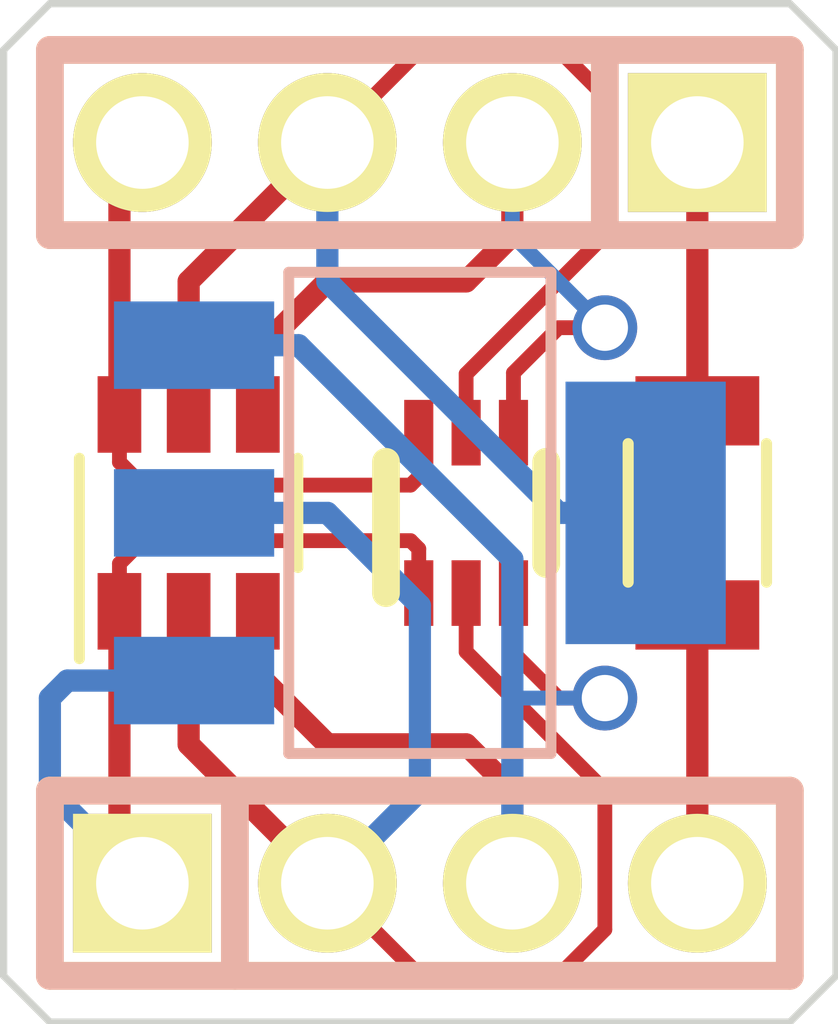
<source format=kicad_pcb>
(kicad_pcb (version 3) (host pcbnew "(2013-07-07 BZR 4022)-stable")

  (general
    (links 18)
    (no_connects 0)
    (area 189.8018 113.1824 202.8044 130.6576)
    (thickness 1.6)
    (drawings 18)
    (tracks 68)
    (zones 0)
    (modules 6)
    (nets 9)
  )

  (page A3)
  (layers
    (15 F.Cu signal)
    (0 B.Cu signal)
    (16 B.Adhes user)
    (17 F.Adhes user)
    (18 B.Paste user)
    (19 F.Paste user)
    (20 B.SilkS user)
    (21 F.SilkS user)
    (22 B.Mask user)
    (23 F.Mask user)
    (24 Dwgs.User user)
    (25 Cmts.User user)
    (26 Eco1.User user)
    (27 Eco2.User user)
    (28 Edge.Cuts user)
  )

  (setup
    (last_trace_width 0.2032)
    (user_trace_width 0.2032)
    (trace_clearance 0.2032)
    (zone_clearance 0.508)
    (zone_45_only no)
    (trace_min 0.2032)
    (segment_width 0.381)
    (edge_width 0.1)
    (via_size 0.889)
    (via_drill 0.635)
    (via_min_size 0.889)
    (via_min_drill 0.508)
    (uvia_size 0.508)
    (uvia_drill 0.127)
    (uvias_allowed no)
    (uvia_min_size 0.508)
    (uvia_min_drill 0.127)
    (pcb_text_width 0.3)
    (pcb_text_size 1.5 1.5)
    (mod_edge_width 0.15)
    (mod_text_size 1 1)
    (mod_text_width 0.15)
    (pad_size 0.4 0.9)
    (pad_drill 0)
    (pad_to_mask_clearance 0)
    (aux_axis_origin 189.865 128.905)
    (visible_elements FFFFFFBF)
    (pcbplotparams
      (layerselection 284196865)
      (usegerberextensions true)
      (excludeedgelayer true)
      (linewidth 0.150000)
      (plotframeref false)
      (viasonmask false)
      (mode 1)
      (useauxorigin true)
      (hpglpennumber 1)
      (hpglpenspeed 20)
      (hpglpendiameter 15)
      (hpglpenoverlay 2)
      (psnegative false)
      (psa4output false)
      (plotreference true)
      (plotvalue true)
      (plotothertext true)
      (plotinvisibletext false)
      (padsonsilk false)
      (subtractmaskfromsilk false)
      (outputformat 1)
      (mirror false)
      (drillshape 0)
      (scaleselection 1)
      (outputdirectory Gerber))
  )

  (net 0 "")
  (net 1 N-000001)
  (net 2 N-000002)
  (net 3 N-000003)
  (net 4 N-000004)
  (net 5 N-000005)
  (net 6 N-000006)
  (net 7 N-000007)
  (net 8 N-000008)

  (net_class Default "This is the default net class."
    (clearance 0.2032)
    (trace_width 0.3048)
    (via_dia 0.889)
    (via_drill 0.635)
    (uvia_dia 0.508)
    (uvia_drill 0.127)
    (add_net "")
    (add_net N-000001)
    (add_net N-000002)
    (add_net N-000003)
    (add_net N-000004)
    (add_net N-000005)
    (add_net N-000006)
    (add_net N-000007)
    (add_net N-000008)
  )

  (module SOT95P280-6N (layer F.Cu) (tedit 52455C5B) (tstamp 5270B285)
    (at 192.405 121.92)
    (path /5270A5F7)
    (fp_text reference U1 (at 0 0) (layer F.SilkS) hide
      (effects (font (size 1 1) (thickness 0.15)))
    )
    (fp_text value SOT23 (at 2.25 0 90) (layer F.SilkS) hide
      (effects (font (size 1 1) (thickness 0.15)))
    )
    (fp_line (start 1.5 -0.75) (end 1.5 0.75) (layer F.SilkS) (width 0.15))
    (fp_line (start -1.5 -0.75) (end -1.5 2) (layer F.SilkS) (width 0.15))
    (pad 1 smd rect (at -0.95 1.35) (size 0.6 1.05)
      (layers F.Cu F.Paste F.Mask)
      (net 6 N-000006)
    )
    (pad 2 smd rect (at 0 1.35) (size 0.6 1.05)
      (layers F.Cu F.Paste F.Mask)
      (net 7 N-000007)
    )
    (pad 3 smd rect (at 0.95 1.35) (size 0.6 1.05)
      (layers F.Cu F.Paste F.Mask)
      (net 8 N-000008)
    )
    (pad 4 smd rect (at 0.95 -1.35) (size 0.6 1.05)
      (layers F.Cu F.Paste F.Mask)
      (net 5 N-000005)
    )
    (pad 6 smd rect (at -0.95 -1.35) (size 0.6 1.05)
      (layers F.Cu F.Paste F.Mask)
      (net 2 N-000002)
    )
    (pad 5 smd rect (at 0 -1.35) (size 0.6 1.05)
      (layers F.Cu F.Paste F.Mask)
      (net 1 N-000001)
    )
    (model 3D/IC/SOT95P280-6.wrl
      (at (xyz 0 0 0))
      (scale (xyz 0.393701 0.393701 0.393701))
      (rotate (xyz 0 0 0))
    )
  )

  (module SOT230P700-4N (layer B.Cu) (tedit 5270AC5A) (tstamp 5270B291)
    (at 195.58 121.92 90)
    (path /5270A615)
    (fp_text reference U2 (at 0 5 90) (layer B.SilkS) hide
      (effects (font (size 1 1) (thickness 0.15)) (justify mirror))
    )
    (fp_text value SOT223 (at 0 -5 90) (layer B.SilkS) hide
      (effects (font (size 1 1) (thickness 0.15)) (justify mirror))
    )
    (fp_line (start -3.3 -1.8) (end 3.3 -1.8) (layer B.SilkS) (width 0.15))
    (fp_line (start 3.3 -1.8) (end 3.3 1.8) (layer B.SilkS) (width 0.15))
    (fp_line (start 3.3 1.8) (end -3.3 1.8) (layer B.SilkS) (width 0.15))
    (fp_line (start -3.3 1.8) (end -3.3 -1.8) (layer B.SilkS) (width 0.15))
    (pad 1 smd rect (at -2.3 -3.1 90) (size 1.2 2.2)
      (layers B.Cu B.Paste B.Mask)
      (net 6 N-000006)
    )
    (pad 2 smd rect (at 0 -3.1 90) (size 1.2 2.2)
      (layers B.Cu B.Paste B.Mask)
      (net 7 N-000007)
    )
    (pad 3 smd rect (at 2.3 -3.1 90) (size 1.2 2.2)
      (layers B.Cu B.Paste B.Mask)
      (net 8 N-000008)
    )
    (pad 4 smd rect (at 0 3.1 90) (size 3.6 2.2)
      (layers B.Cu B.Paste B.Mask)
      (net 1 N-000001)
    )
    (model 3D/IC/SOT230P700-4N.wrl
      (at (xyz 0 0 0))
      (scale (xyz 0.393701 0.393701 0.393701))
      (rotate (xyz 0 0 0))
    )
  )

  (module HDRV4W38P254_4X1 (layer F.Cu) (tedit 52708D53) (tstamp 5270B29E)
    (at 195.58 127)
    (path /5270A792)
    (fp_text reference J1 (at 0 -2.54) (layer F.SilkS) hide
      (effects (font (size 1.524 1.524) (thickness 0.3048)))
    )
    (fp_text value CONN-4 (at 0 2.54) (layer F.SilkS) hide
      (effects (font (size 1.524 1.524) (thickness 0.3048)))
    )
    (fp_line (start -2.54 -1.27) (end -2.54 1.27) (layer F.SilkS) (width 0.381))
    (fp_line (start -5.08 -1.27) (end -5.08 1.27) (layer F.SilkS) (width 0.381))
    (fp_line (start -5.08 1.27) (end 5.08 1.27) (layer F.SilkS) (width 0.381))
    (fp_line (start 5.08 1.27) (end 5.08 -1.27) (layer F.SilkS) (width 0.381))
    (fp_line (start 5.08 -1.27) (end -5.08 -1.27) (layer F.SilkS) (width 0.381))
    (pad 1 thru_hole rect (at -3.81 0) (size 1.905 1.905) (drill 1.27)
      (layers *.Cu *.Mask F.SilkS)
      (net 6 N-000006)
    )
    (pad 2 thru_hole circle (at -1.27 0) (size 1.905 1.905) (drill 1.27)
      (layers *.Cu *.Mask F.SilkS)
      (net 7 N-000007)
    )
    (pad 3 thru_hole circle (at 1.27 0) (size 1.905 1.905) (drill 1.27)
      (layers *.Cu *.Mask F.SilkS)
      (net 8 N-000008)
    )
    (pad 4 thru_hole circle (at 3.81 0) (size 1.905 1.905) (drill 1.27)
      (layers *.Cu *.Mask F.SilkS)
      (net 3 N-000003)
    )
  )

  (module HDRV4W38P254_4X1 (layer F.Cu) (tedit 52708D53) (tstamp 5270B2AB)
    (at 195.58 116.84 180)
    (path /5270A7A1)
    (fp_text reference J2 (at 0 -2.54 180) (layer F.SilkS) hide
      (effects (font (size 1.524 1.524) (thickness 0.3048)))
    )
    (fp_text value CONN-4 (at 0 2.54 180) (layer F.SilkS) hide
      (effects (font (size 1.524 1.524) (thickness 0.3048)))
    )
    (fp_line (start -2.54 -1.27) (end -2.54 1.27) (layer F.SilkS) (width 0.381))
    (fp_line (start -5.08 -1.27) (end -5.08 1.27) (layer F.SilkS) (width 0.381))
    (fp_line (start -5.08 1.27) (end 5.08 1.27) (layer F.SilkS) (width 0.381))
    (fp_line (start 5.08 1.27) (end 5.08 -1.27) (layer F.SilkS) (width 0.381))
    (fp_line (start 5.08 -1.27) (end -5.08 -1.27) (layer F.SilkS) (width 0.381))
    (pad 1 thru_hole rect (at -3.81 0 180) (size 1.905 1.905) (drill 1.27)
      (layers *.Cu *.Mask F.SilkS)
      (net 4 N-000004)
    )
    (pad 2 thru_hole circle (at -1.27 0 180) (size 1.905 1.905) (drill 1.27)
      (layers *.Cu *.Mask F.SilkS)
      (net 5 N-000005)
    )
    (pad 3 thru_hole circle (at 1.27 0 180) (size 1.905 1.905) (drill 1.27)
      (layers *.Cu *.Mask F.SilkS)
      (net 1 N-000001)
    )
    (pad 4 thru_hole circle (at 3.81 0 180) (size 1.905 1.905) (drill 1.27)
      (layers *.Cu *.Mask F.SilkS)
      (net 2 N-000002)
    )
  )

  (module CAPC3216-L (layer F.Cu) (tedit 525AFBFE) (tstamp 5270B2BD)
    (at 199.39 121.92 90)
    (path /5270A89E)
    (fp_text reference C1 (at 0 -2.5 90) (layer F.SilkS) hide
      (effects (font (size 1.27 0.762) (thickness 0.1524)))
    )
    (fp_text value C (at 0 2.5 90) (layer F.SilkS) hide
      (effects (font (size 1.27 0.762) (thickness 0.1524)))
    )
    (fp_line (start 0.95 0.95) (end -0.95 0.95) (layer F.SilkS) (width 0.1524))
    (fp_line (start -0.95 -0.95) (end 0.95 -0.95) (layer F.SilkS) (width 0.1524))
    (fp_line (start -2 -1) (end 2 -1) (layer Eco1.User) (width 0.0762))
    (fp_line (start 2 -1) (end 2 1) (layer Eco1.User) (width 0.0762))
    (fp_line (start 2 1) (end -2 1) (layer Eco1.User) (width 0.0762))
    (fp_line (start -2 1) (end -2 -1) (layer Eco1.User) (width 0.0762))
    (fp_line (start 1.1 0.8) (end 1.1 -0.8) (layer Dwgs.User) (width 0.0762))
    (fp_line (start -1.1 -0.8) (end -1.1 0.8) (layer Dwgs.User) (width 0.0762))
    (fp_line (start -1.6 -0.8) (end 1.6 -0.8) (layer Dwgs.User) (width 0.0762))
    (fp_line (start 1.6 -0.8) (end 1.6 0.8) (layer Dwgs.User) (width 0.0762))
    (fp_line (start 1.6 0.8) (end -1.6 0.8) (layer Dwgs.User) (width 0.0762))
    (fp_line (start -1.6 0.8) (end -1.6 -0.8) (layer Dwgs.User) (width 0.0762))
    (pad 1 smd rect (at -1.4 0 90) (size 0.95 1.7)
      (layers F.Cu F.Paste F.Mask)
      (net 3 N-000003)
    )
    (pad 2 smd rect (at 1.4 0 90) (size 0.95 1.7)
      (layers F.Cu F.Paste F.Mask)
      (net 4 N-000004)
    )
    (model 3D/Passive/CAPC3216.wrl
      (at (xyz 0 0 0))
      (scale (xyz 0.393701 0.393701 0.393701))
      (rotate (xyz 0 0 0))
    )
  )

  (module SOT65P210-6N (layer F.Cu) (tedit 5270B4C5) (tstamp 5270C036)
    (at 196.215 121.92)
    (path /5270B3D6)
    (fp_text reference U3 (at 0 -1) (layer F.SilkS) hide
      (effects (font (size 1.524 1.524) (thickness 0.3048)))
    )
    (fp_text value SC70 (at 0 1) (layer F.SilkS) hide
      (effects (font (size 1.524 1.524) (thickness 0.3048)))
    )
    (fp_line (start 1.1 0.7) (end 1.1 -0.7) (layer F.SilkS) (width 0.381))
    (fp_line (start -1.1 -0.7) (end -1.1 1.1) (layer F.SilkS) (width 0.381))
    (pad 1 smd rect (at -0.65 1.1) (size 0.4 0.9)
      (layers F.Cu F.Paste F.Mask)
      (net 6 N-000006)
    )
    (pad 2 smd rect (at 0 1.1) (size 0.4 0.9)
      (layers F.Cu F.Paste F.Mask)
      (net 7 N-000007)
    )
    (pad 3 smd rect (at 0.65 1.1) (size 0.4 0.9)
      (layers F.Cu F.Paste F.Mask)
      (net 8 N-000008)
    )
    (pad 4 smd rect (at 0.65 -1.1) (size 0.4 0.9)
      (layers F.Cu F.Paste F.Mask)
      (net 5 N-000005)
    )
    (pad 6 smd rect (at -0.65 -1.1) (size 0.4 0.9)
      (layers F.Cu F.Paste F.Mask)
      (net 2 N-000002)
    )
    (pad 5 smd rect (at 0 -1.1) (size 0.4 0.9)
      (layers F.Cu F.Paste F.Mask)
      (net 1 N-000001)
    )
    (model 3D/IC/SOT65P210-6.wrl
      (at (xyz 0 0 0))
      (scale (xyz 0.393701 0.393701 0.393701))
      (rotate (xyz 0 0 0))
    )
  )

  (gr_line (start 193.04 125.73) (end 193.04 128.27) (angle 90) (layer B.SilkS) (width 0.381))
  (gr_line (start 200.66 125.73) (end 190.5 125.73) (angle 90) (layer B.SilkS) (width 0.381))
  (gr_line (start 200.66 128.27) (end 200.66 125.73) (angle 90) (layer B.SilkS) (width 0.381))
  (gr_line (start 190.5 128.27) (end 200.66 128.27) (angle 90) (layer B.SilkS) (width 0.381))
  (gr_line (start 190.5 125.73) (end 190.5 128.27) (angle 90) (layer B.SilkS) (width 0.381))
  (gr_line (start 198.12 115.57) (end 198.12 118.11) (angle 90) (layer B.SilkS) (width 0.381))
  (gr_line (start 200.66 118.11) (end 200.66 115.57) (angle 90) (layer B.SilkS) (width 0.381))
  (gr_line (start 190.5 118.11) (end 200.66 118.11) (angle 90) (layer B.SilkS) (width 0.381))
  (gr_line (start 190.5 115.57) (end 190.5 118.11) (angle 90) (layer B.SilkS) (width 0.381))
  (gr_line (start 200.66 115.57) (end 190.5 115.57) (angle 90) (layer B.SilkS) (width 0.381))
  (gr_line (start 189.865 128.27) (end 189.865 115.57) (angle 90) (layer Edge.Cuts) (width 0.1))
  (gr_line (start 190.5 128.905) (end 189.865 128.27) (angle 90) (layer Edge.Cuts) (width 0.1))
  (gr_line (start 200.66 128.905) (end 190.5 128.905) (angle 90) (layer Edge.Cuts) (width 0.1))
  (gr_line (start 201.295 128.27) (end 200.66 128.905) (angle 90) (layer Edge.Cuts) (width 0.1))
  (gr_line (start 201.295 115.57) (end 201.295 128.27) (angle 90) (layer Edge.Cuts) (width 0.1))
  (gr_line (start 200.66 114.935) (end 201.295 115.57) (angle 90) (layer Edge.Cuts) (width 0.1))
  (gr_line (start 190.5 114.935) (end 200.66 114.935) (angle 90) (layer Edge.Cuts) (width 0.1))
  (gr_line (start 189.865 115.57) (end 190.5 114.935) (angle 90) (layer Edge.Cuts) (width 0.1))

  (segment (start 196.215 120.82) (end 196.215 120.015) (width 0.2032) (layer F.Cu) (net 1) (status 400000))
  (segment (start 195.58 115.57) (end 194.31 116.84) (width 0.2032) (layer F.Cu) (net 1) (tstamp 5270C0C6) (status 800000))
  (segment (start 197.485 115.57) (end 195.58 115.57) (width 0.2032) (layer F.Cu) (net 1) (tstamp 5270C0C5))
  (segment (start 198.12 116.205) (end 197.485 115.57) (width 0.2032) (layer F.Cu) (net 1) (tstamp 5270C0C4))
  (segment (start 198.12 118.11) (end 198.12 116.205) (width 0.2032) (layer F.Cu) (net 1) (tstamp 5270C0C2))
  (segment (start 196.215 120.015) (end 198.12 118.11) (width 0.2032) (layer F.Cu) (net 1) (tstamp 5270C0C1))
  (segment (start 192.405 120.57) (end 192.405 118.745) (width 0.3048) (layer F.Cu) (net 1))
  (segment (start 192.405 118.745) (end 194.31 116.84) (width 0.3048) (layer F.Cu) (net 1) (tstamp 5270C064))
  (segment (start 198.68 121.92) (end 197.485 121.92) (width 0.3048) (layer B.Cu) (net 1))
  (segment (start 194.31 118.745) (end 194.31 116.84) (width 0.3048) (layer B.Cu) (net 1) (tstamp 5270B399))
  (segment (start 197.485 121.92) (end 194.31 118.745) (width 0.3048) (layer B.Cu) (net 1) (tstamp 5270B398))
  (segment (start 195.565 120.82) (end 195.565 121.427) (width 0.2032) (layer F.Cu) (net 2))
  (segment (start 195.565 121.427) (end 195.453 121.539) (width 0.2032) (layer F.Cu) (net 2) (tstamp 5270C0A3))
  (segment (start 195.453 121.539) (end 191.77 121.539) (width 0.2032) (layer F.Cu) (net 2) (tstamp 5270C0A4))
  (segment (start 191.77 121.539) (end 191.455 121.224) (width 0.2032) (layer F.Cu) (net 2) (tstamp 5270C0A5))
  (segment (start 191.455 121.224) (end 191.455 120.57) (width 0.2032) (layer F.Cu) (net 2) (tstamp 5270C0A6))
  (segment (start 191.455 120.57) (end 191.455 117.155) (width 0.3048) (layer F.Cu) (net 2))
  (segment (start 191.455 117.155) (end 191.77 116.84) (width 0.3048) (layer F.Cu) (net 2) (tstamp 5270C068))
  (segment (start 199.39 123.32) (end 199.39 127) (width 0.3048) (layer F.Cu) (net 3))
  (segment (start 199.39 120.52) (end 199.39 116.84) (width 0.3048) (layer F.Cu) (net 4))
  (segment (start 196.865 120.82) (end 196.865 120) (width 0.2032) (layer F.Cu) (net 5) (status 400000))
  (segment (start 196.85 118.11) (end 196.85 116.84) (width 0.2032) (layer B.Cu) (net 5) (tstamp 5270C0D8) (status 800000))
  (segment (start 198.12 119.38) (end 196.85 118.11) (width 0.2032) (layer B.Cu) (net 5) (tstamp 5270C0D7))
  (via (at 198.12 119.38) (size 0.889) (layers F.Cu B.Cu) (net 5))
  (segment (start 197.485 119.38) (end 198.12 119.38) (width 0.2032) (layer F.Cu) (net 5) (tstamp 5270C0D5))
  (segment (start 196.865 120) (end 197.485 119.38) (width 0.2032) (layer F.Cu) (net 5) (tstamp 5270C0D4))
  (segment (start 193.355 120.57) (end 193.355 119.7) (width 0.3048) (layer F.Cu) (net 5))
  (segment (start 196.85 118.11) (end 196.85 116.84) (width 0.3048) (layer F.Cu) (net 5) (tstamp 5270C097))
  (segment (start 196.215 118.745) (end 196.85 118.11) (width 0.3048) (layer F.Cu) (net 5) (tstamp 5270C096))
  (segment (start 194.31 118.745) (end 196.215 118.745) (width 0.3048) (layer F.Cu) (net 5) (tstamp 5270C095))
  (segment (start 193.355 119.7) (end 194.31 118.745) (width 0.3048) (layer F.Cu) (net 5) (tstamp 5270C094))
  (segment (start 195.565 123.02) (end 195.565 122.413) (width 0.2032) (layer F.Cu) (net 6))
  (segment (start 191.455 122.616) (end 191.455 123.27) (width 0.2032) (layer F.Cu) (net 6) (tstamp 5270C0AC))
  (segment (start 191.77 122.301) (end 191.455 122.616) (width 0.2032) (layer F.Cu) (net 6) (tstamp 5270C0AB))
  (segment (start 195.453 122.301) (end 191.77 122.301) (width 0.2032) (layer F.Cu) (net 6) (tstamp 5270C0AA))
  (segment (start 195.565 122.413) (end 195.453 122.301) (width 0.2032) (layer F.Cu) (net 6) (tstamp 5270C0A9))
  (segment (start 191.455 123.27) (end 191.455 126.685) (width 0.3048) (layer F.Cu) (net 6))
  (segment (start 191.455 126.685) (end 191.77 127) (width 0.3048) (layer F.Cu) (net 6) (tstamp 5270C06B))
  (segment (start 192.48 124.22) (end 190.74 124.22) (width 0.3048) (layer B.Cu) (net 6))
  (segment (start 190.5 125.73) (end 191.77 127) (width 0.3048) (layer B.Cu) (net 6) (tstamp 5270B3AD))
  (segment (start 190.5 124.46) (end 190.5 125.73) (width 0.3048) (layer B.Cu) (net 6) (tstamp 5270B3AC))
  (segment (start 190.74 124.22) (end 190.5 124.46) (width 0.3048) (layer B.Cu) (net 6) (tstamp 5270B3AB))
  (segment (start 196.215 123.02) (end 196.215 123.825) (width 0.2032) (layer F.Cu) (net 7) (status 400000))
  (segment (start 195.58 128.27) (end 194.31 127) (width 0.2032) (layer F.Cu) (net 7) (tstamp 5270C0CF) (status 800000))
  (segment (start 197.485 128.27) (end 195.58 128.27) (width 0.2032) (layer F.Cu) (net 7) (tstamp 5270C0CE))
  (segment (start 198.12 127.635) (end 197.485 128.27) (width 0.2032) (layer F.Cu) (net 7) (tstamp 5270C0CD))
  (segment (start 198.12 125.73) (end 198.12 127.635) (width 0.2032) (layer F.Cu) (net 7) (tstamp 5270C0CB))
  (segment (start 196.215 123.825) (end 198.12 125.73) (width 0.2032) (layer F.Cu) (net 7) (tstamp 5270C0CA))
  (segment (start 192.405 123.27) (end 192.405 125.095) (width 0.3048) (layer F.Cu) (net 7))
  (segment (start 192.405 125.095) (end 194.31 127) (width 0.3048) (layer F.Cu) (net 7) (tstamp 5270C06E))
  (segment (start 192.48 121.92) (end 194.31 121.92) (width 0.3048) (layer B.Cu) (net 7))
  (segment (start 195.58 125.73) (end 194.31 127) (width 0.3048) (layer B.Cu) (net 7) (tstamp 5270B3A1))
  (segment (start 195.58 123.19) (end 195.58 125.73) (width 0.3048) (layer B.Cu) (net 7) (tstamp 5270B39F))
  (segment (start 194.31 121.92) (end 195.58 123.19) (width 0.3048) (layer B.Cu) (net 7) (tstamp 5270B39D))
  (segment (start 196.865 123.02) (end 196.865 123.84) (width 0.2032) (layer F.Cu) (net 8) (status 400000))
  (segment (start 198.12 124.46) (end 196.85 124.46) (width 0.2032) (layer B.Cu) (net 8) (tstamp 5270C0DF))
  (via (at 198.12 124.46) (size 0.889) (layers F.Cu B.Cu) (net 8))
  (segment (start 197.485 124.46) (end 198.12 124.46) (width 0.2032) (layer F.Cu) (net 8) (tstamp 5270C0DD))
  (segment (start 196.865 123.84) (end 197.485 124.46) (width 0.2032) (layer F.Cu) (net 8) (tstamp 5270C0DC))
  (segment (start 193.355 123.27) (end 193.355 124.14) (width 0.3048) (layer F.Cu) (net 8))
  (segment (start 196.85 125.73) (end 196.85 127) (width 0.3048) (layer F.Cu) (net 8) (tstamp 5270C09D))
  (segment (start 196.215 125.095) (end 196.85 125.73) (width 0.3048) (layer F.Cu) (net 8) (tstamp 5270C09C))
  (segment (start 194.31 125.095) (end 196.215 125.095) (width 0.3048) (layer F.Cu) (net 8) (tstamp 5270C09B))
  (segment (start 193.355 124.14) (end 194.31 125.095) (width 0.3048) (layer F.Cu) (net 8) (tstamp 5270C09A))
  (segment (start 192.48 119.62) (end 193.915 119.62) (width 0.3048) (layer B.Cu) (net 8))
  (segment (start 196.85 122.555) (end 196.85 124.46) (width 0.3048) (layer B.Cu) (net 8) (tstamp 5270B394))
  (segment (start 196.85 124.46) (end 196.85 127) (width 0.3048) (layer B.Cu) (net 8) (tstamp 5270C0E2))
  (segment (start 193.915 119.62) (end 196.85 122.555) (width 0.3048) (layer B.Cu) (net 8) (tstamp 5270B392))

)

</source>
